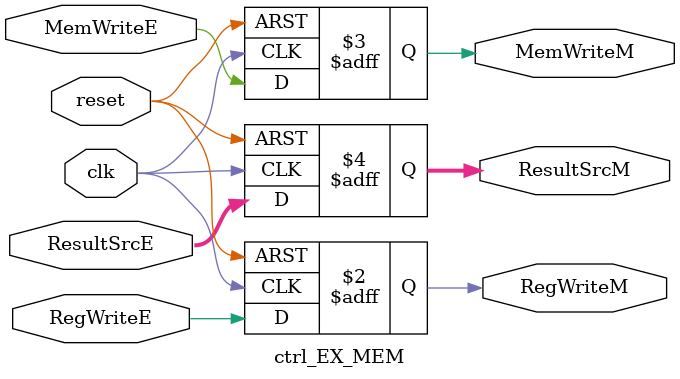
<source format=sv>
`timescale 1ns / 1ps
module ctrl_EX_MEM (
  input  logic        clk, reset,
  // --- Incoming control signals from EX ---
  input  logic        RegWriteE, MemWriteE,
  input  logic [1:0]  ResultSrcE,
  // --- Outgoing latched signals to MEM ---
  output logic        RegWriteM, MemWriteM,
  output logic [1:0]  ResultSrcM
);

  always_ff @(posedge clk or posedge reset) begin
    if (reset) begin
      RegWriteM  <= 1'b0;
      MemWriteM  <= 1'b0;
      ResultSrcM <= 2'b00;
    end
    else begin
      RegWriteM  <= RegWriteE;
      MemWriteM  <= MemWriteE;
      ResultSrcM <= ResultSrcE;
    end
  end

endmodule

</source>
